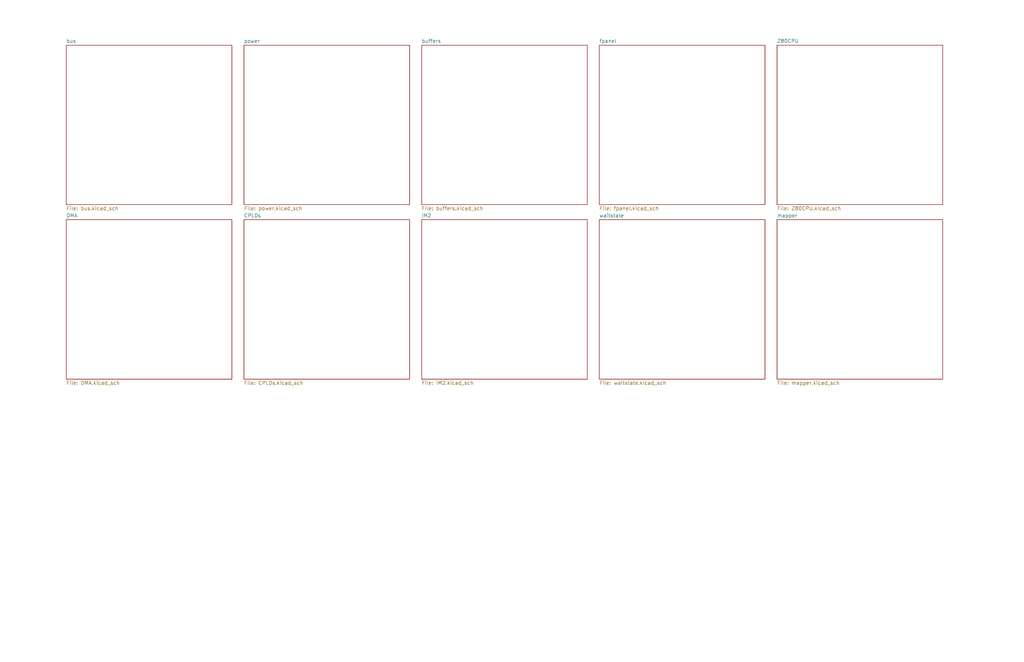
<source format=kicad_sch>
(kicad_sch (version 20211123) (generator eeschema)
  (paper "B")
  (lib_symbols)
  (sheet (at 102.87 92.71) (size 69.85 67.31)
    (property "Sheet name" "CPLDs" (at 102.87 91.8714 0) (effects (font (size 1.524 1.524)) (justify left bottom)))
    (property "Sheet file" "CPLDs.kicad_sch" (at 102.87 160.7062 0) (effects (font (size 1.524 1.524)) (justify left top)))
  )
  (sheet (at 327.66 19.05) (size 69.85 67.31)
    (property "Sheet name" "Z80CPU" (at 327.66 18.2114 0) (effects (font (size 1.524 1.524)) (justify left bottom)))
    (property "Sheet file" "Z80CPU.kicad_sch" (at 327.66 87.0462 0) (effects (font (size 1.524 1.524)) (justify left top)))
  )
  (sheet (at 327.66 92.71) (size 69.85 67.31)
    (property "Sheet name" "mapper" (at 327.66 91.8714 0) (effects (font (size 1.524 1.524)) (justify left bottom)))
    (property "Sheet file" "mapper.kicad_sch" (at 327.66 160.7062 0) (effects (font (size 1.524 1.524)) (justify left top)))
  )
  (sheet (at 252.73 19.05) (size 69.85 67.31)
    (property "Sheet name" "fpanel" (at 252.73 18.2114 0) (effects (font (size 1.524 1.524)) (justify left bottom)))
    (property "Sheet file" "fpanel.kicad_sch" (at 252.73 87.0462 0) (effects (font (size 1.524 1.524)) (justify left top)))
  )
  (sheet (at 27.94 19.05) (size 69.85 67.31)
    (property "Sheet name" "bus" (at 27.94 18.2114 0) (effects (font (size 1.524 1.524)) (justify left bottom)))
    (property "Sheet file" "bus.kicad_sch" (at 27.94 87.0462 0) (effects (font (size 1.524 1.524)) (justify left top)))
  )
  (sheet (at 252.73 92.71) (size 69.85 67.31)
    (property "Sheet name" "waitstate" (at 252.73 91.8714 0) (effects (font (size 1.524 1.524)) (justify left bottom)))
    (property "Sheet file" "waitstate.kicad_sch" (at 252.73 160.7062 0) (effects (font (size 1.524 1.524)) (justify left top)))
  )
  (sheet (at 102.87 19.05) (size 69.85 67.31)
    (property "Sheet name" "power" (at 102.87 18.2114 0) (effects (font (size 1.524 1.524)) (justify left bottom)))
    (property "Sheet file" "power.kicad_sch" (at 102.87 87.0462 0) (effects (font (size 1.524 1.524)) (justify left top)))
  )
  (sheet (at 177.8 19.05) (size 69.85 67.31)
    (property "Sheet name" "buffers" (at 177.8 18.2114 0) (effects (font (size 1.524 1.524)) (justify left bottom)))
    (property "Sheet file" "buffers.kicad_sch" (at 177.8 87.0462 0) (effects (font (size 1.524 1.524)) (justify left top)))
  )
  (sheet (at 27.94 92.71) (size 69.85 67.31)
    (property "Sheet name" "DMA" (at 27.94 91.8714 0) (effects (font (size 1.524 1.524)) (justify left bottom)))
    (property "Sheet file" "DMA.kicad_sch" (at 27.94 160.7062 0) (effects (font (size 1.524 1.524)) (justify left top)))
  )
  (sheet (at 177.8 92.71) (size 69.85 67.31)
    (property "Sheet name" "IM2" (at 177.8 91.8714 0) (effects (font (size 1.524 1.524)) (justify left bottom)))
    (property "Sheet file" "IM2.kicad_sch" (at 177.8 160.7062 0) (effects (font (size 1.524 1.524)) (justify left top)))
  )
)
</source>
